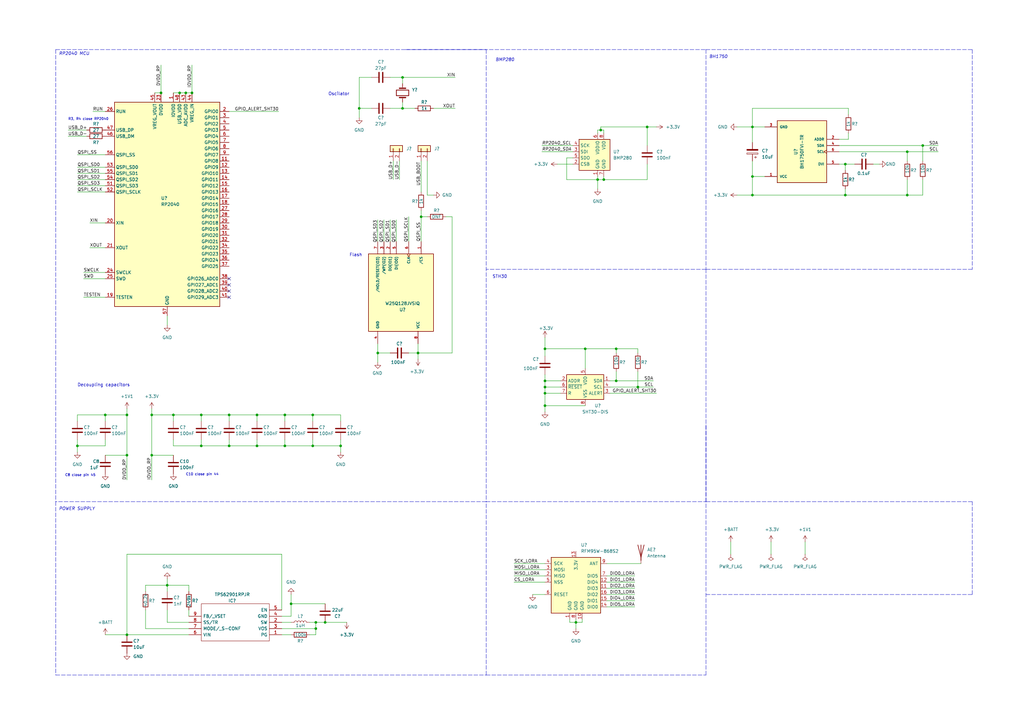
<source format=kicad_sch>
(kicad_sch (version 20211123) (generator eeschema)
  (paper "A3")
  (lib_symbols
    (symbol "BH1750:BH1750FVI-TR" (pin_names (offset 1.016))
      (property "Reference" "U" (at -10.1854 13.462 0))
      (property "Value" "BH1750FVI-TR" (at -9.9314 -15.24 0))
      (symbol "BH1750FVI-TR_0_0"
        (rectangle (start -10.16 -12.7) (end 10.16 12.7) (stroke (width 0.254)) (fill (type background)))
        (pin power_in line (at 15.24 10.16 180) (length 5.08) (name "VCC") (number "1"))
        (pin input line (at -15.24 -5.08 0) (length 5.08) (name "ADDR") (number "2"))
        (pin power_in line (at 15.24 -10.16 180) (length 5.08) (name "GND") (number "3"))
        (pin bidirectional line (at -15.24 -2.54 0) (length 5.08) (name "SDA") (number "4"))
        (pin input line (at -15.24 5.08 0) (length 5.08) (name "DVI") (number "5"))
        (pin input clock (at -15.24 0 0) (length 5.08) (name "SCL") (number "6"))
      )
    )
    (symbol "Connector_Generic:Conn_01x02" (pin_names (offset 1.016) hide)
      (property "Reference" "J" (at 0 2.54 0))
      (property "Value" "Conn_01x02" (at 0 -5.08 0))
      (symbol "Conn_01x02_1_1"
        (rectangle (start -1.27 -2.413) (end 0 -2.667) (stroke (width 0.1524)))
        (rectangle (start -1.27 0.127) (end 0 -0.127) (stroke (width 0.1524)))
        (rectangle (start -1.27 1.27) (end 1.27 -3.81) (stroke (width 0.254)) (fill (type background)))
        (pin passive line (at -5.08 0 0) (length 3.81) (name "Pin_1") (number "1"))
        (pin passive line (at -5.08 -2.54 0) (length 3.81) (name "Pin_2") (number "2"))
      )
    )
    (symbol "Device:Antenna" (pin_numbers hide) (pin_names (offset 1.016) hide)
      (property "Reference" "AE" (at -1.905 1.905 0))
      (property "Value" "Antenna" (at -1.905 0 0))
      (symbol "Antenna_0_1"
        (polyline (pts (xy 0 2.54) (xy 0 -3.81)) (stroke (width 0.254)))
        (polyline (pts (xy 1.27 2.54) (xy 0 -2.54) (xy -1.27 2.54)) (stroke (width 0.254)))
      )
      (symbol "Antenna_1_1"
        (pin input line (at 0 -5.08 90) (length 2.54) (name "A") (number "1"))
      )
    )
    (symbol "Device:C" (pin_numbers hide) (pin_names (offset 0.254))
      (property "Reference" "C" (at 0.635 2.54 0))
      (property "Value" "C" (at 0.635 -2.54 0))
      (symbol "C_0_1"
        (polyline (pts (xy -2.032 -0.762) (xy 2.032 -0.762)) (stroke (width 0.508)))
        (polyline (pts (xy -2.032 0.762) (xy 2.032 0.762)) (stroke (width 0.508)))
      )
      (symbol "C_1_1"
        (pin passive line (at 0 3.81 270) (length 2.794) (name "~") (number "1"))
        (pin passive line (at 0 -3.81 90) (length 2.794) (name "~") (number "2"))
      )
    )
    (symbol "Device:C_Polarized" (pin_numbers hide) (pin_names (offset 0.254))
      (property "Reference" "C" (at 0.635 2.54 0))
      (property "Value" "C_Polarized" (at 0.635 -2.54 0))
      (symbol "C_Polarized_0_1"
        (rectangle (start -2.286 0.508) (end 2.286 1.016))
        (polyline (pts (xy -1.778 2.286) (xy -0.762 2.286)))
        (polyline (pts (xy -1.27 2.794) (xy -1.27 1.778)))
        (rectangle (start 2.286 -0.508) (end -2.286 -1.016) (fill (type outline)))
      )
      (symbol "C_Polarized_1_1"
        (pin passive line (at 0 3.81 270) (length 2.794) (name "~") (number "1"))
        (pin passive line (at 0 -3.81 90) (length 2.794) (name "~") (number "2"))
      )
    )
    (symbol "Device:Crystal" (pin_numbers hide) (pin_names (offset 1.016) hide)
      (property "Reference" "Y" (at 0 3.81 0))
      (property "Value" "Crystal" (at 0 -3.81 0))
      (symbol "Crystal_0_1"
        (rectangle (start -1.143 2.54) (end 1.143 -2.54) (stroke (width 0.3048)))
        (polyline (pts (xy -2.54 0) (xy -1.905 0)))
        (polyline (pts (xy -1.905 -1.27) (xy -1.905 1.27)) (stroke (width 0.508)))
        (polyline (pts (xy 1.905 -1.27) (xy 1.905 1.27)) (stroke (width 0.508)))
        (polyline (pts (xy 2.54 0) (xy 1.905 0)))
      )
      (symbol "Crystal_1_1"
        (pin passive line (at -3.81 0 0) (length 1.27) (name "1") (number "1"))
        (pin passive line (at 3.81 0 180) (length 1.27) (name "2") (number "2"))
      )
    )
    (symbol "Device:L" (pin_numbers hide) (pin_names (offset 1.016) hide)
      (property "Reference" "L" (at -1.27 0 90))
      (property "Value" "L" (at 1.905 0 90))
      (symbol "L_0_1"
        (arc (start 0 -2.54) (mid 0.635 -1.905) (end 0 -1.27))
        (arc (start 0 -1.27) (mid 0.635 -0.635) (end 0 0))
        (arc (start 0 0) (mid 0.635 0.635) (end 0 1.27))
        (arc (start 0 1.27) (mid 0.635 1.905) (end 0 2.54))
      )
      (symbol "L_1_1"
        (pin passive line (at 0 3.81 270) (length 1.27) (name "1") (number "1"))
        (pin passive line (at 0 -3.81 90) (length 1.27) (name "2") (number "2"))
      )
    )
    (symbol "Device:R" (pin_numbers hide) (pin_names (offset 0))
      (property "Reference" "R" (at 2.032 0 90))
      (property "Value" "R" (at 0 0 90))
      (symbol "R_0_1"
        (rectangle (start -1.016 -2.54) (end 1.016 2.54) (stroke (width 0.254)))
      )
      (symbol "R_1_1"
        (pin passive line (at 0 3.81 270) (length 1.27) (name "~") (number "1"))
        (pin passive line (at 0 -3.81 90) (length 1.27) (name "~") (number "2"))
      )
    )
    (symbol "Flashs:W25Q128JVSIQ" (pin_names (offset 1.016))
      (property "Reference" "U?" (at 0 20.32 0))
      (property "Value" "W25Q128JVSIQ" (at 0 17.78 0))
      (symbol "W25Q128JVSIQ_0_0"
        (rectangle (start -16.51 15.24) (end 15.24 -11.43) (stroke (width 0.254)) (fill (type background)))
        (pin input line (at -21.59 10.16 0) (length 5.08) (name "/CS") (number "1"))
        (pin bidirectional line (at -21.59 -2.54 0) (length 5.08) (name "DO(IO1)") (number "2"))
        (pin bidirectional line (at -21.59 -5.08 0) (length 5.08) (name "/WP(IO2)") (number "3"))
        (pin power_in line (at 20.32 -7.62 180) (length 5.08) (name "GND") (number "4"))
        (pin bidirectional line (at -21.59 0 0) (length 5.08) (name "DI(IO0)") (number "5"))
        (pin input clock (at -21.59 5.08 0) (length 5.08) (name "CLK") (number "6"))
        (pin bidirectional line (at -21.59 -7.62 0) (length 5.08) (name "/HOLD/RESET(IO3)") (number "7"))
        (pin power_in line (at 20.32 8.89 180) (length 5.08) (name "VCC") (number "8"))
      )
    )
    (symbol "MCU_RaspberryPi:RP2040"
      (property "Reference" "U" (at 17.78 45.72 0))
      (property "Value" "RP2040" (at 17.78 43.18 0))
      (symbol "RP2040_0_1"
        (rectangle (start -21.59 41.91) (end 21.59 -41.91) (stroke (width 0.254)) (fill (type background)))
      )
      (symbol "RP2040_1_1"
        (pin power_in line (at 2.54 45.72 270) (length 3.81) (name "IOVDD") (number "1"))
        (pin passive line (at 2.54 45.72 270) (length 3.81) hide (name "IOVDD") (number "10"))
        (pin bidirectional line (at 25.4 17.78 180) (length 3.81) (name "GPIO8") (number "11"))
        (pin bidirectional line (at 25.4 15.24 180) (length 3.81) (name "GPIO9") (number "12"))
        (pin bidirectional line (at 25.4 12.7 180) (length 3.81) (name "GPIO10") (number "13"))
        (pin bidirectional line (at 25.4 10.16 180) (length 3.81) (name "GPIO11") (number "14"))
        (pin bidirectional line (at 25.4 7.62 180) (length 3.81) (name "GPIO12") (number "15"))
        (pin bidirectional line (at 25.4 5.08 180) (length 3.81) (name "GPIO13") (number "16"))
        (pin bidirectional line (at 25.4 2.54 180) (length 3.81) (name "GPIO14") (number "17"))
        (pin bidirectional line (at 25.4 0 180) (length 3.81) (name "GPIO15") (number "18"))
        (pin input line (at -25.4 -38.1 0) (length 3.81) (name "TESTEN") (number "19"))
        (pin bidirectional line (at 25.4 38.1 180) (length 3.81) (name "GPIO0") (number "2"))
        (pin input line (at -25.4 -7.62 0) (length 3.81) (name "XIN") (number "20"))
        (pin passive line (at -25.4 -17.78 0) (length 3.81) (name "XOUT") (number "21"))
        (pin passive line (at 2.54 45.72 270) (length 3.81) hide (name "IOVDD") (number "22"))
        (pin power_in line (at -2.54 45.72 270) (length 3.81) (name "DVDD") (number "23"))
        (pin output line (at -25.4 -27.94 0) (length 3.81) (name "SWCLK") (number "24"))
        (pin bidirectional line (at -25.4 -30.48 0) (length 3.81) (name "SWD") (number "25"))
        (pin input line (at -25.4 38.1 0) (length 3.81) (name "RUN") (number "26"))
        (pin bidirectional line (at 25.4 -2.54 180) (length 3.81) (name "GPIO16") (number "27"))
        (pin bidirectional line (at 25.4 -5.08 180) (length 3.81) (name "GPIO17") (number "28"))
        (pin bidirectional line (at 25.4 -7.62 180) (length 3.81) (name "GPIO18") (number "29"))
        (pin bidirectional line (at 25.4 35.56 180) (length 3.81) (name "GPIO1") (number "3"))
        (pin bidirectional line (at 25.4 -10.16 180) (length 3.81) (name "GPIO19") (number "30"))
        (pin bidirectional line (at 25.4 -12.7 180) (length 3.81) (name "GPIO20") (number "31"))
        (pin bidirectional line (at 25.4 -15.24 180) (length 3.81) (name "GPIO21") (number "32"))
        (pin passive line (at 2.54 45.72 270) (length 3.81) hide (name "IOVDD") (number "33"))
        (pin bidirectional line (at 25.4 -17.78 180) (length 3.81) (name "GPIO22") (number "34"))
        (pin bidirectional line (at 25.4 -20.32 180) (length 3.81) (name "GPIO23") (number "35"))
        (pin bidirectional line (at 25.4 -22.86 180) (length 3.81) (name "GPIO24") (number "36"))
        (pin bidirectional line (at 25.4 -25.4 180) (length 3.81) (name "GPIO25") (number "37"))
        (pin bidirectional line (at 25.4 -30.48 180) (length 3.81) (name "GPIO26_ADC0") (number "38"))
        (pin bidirectional line (at 25.4 -33.02 180) (length 3.81) (name "GPIO27_ADC1") (number "39"))
        (pin bidirectional line (at 25.4 33.02 180) (length 3.81) (name "GPIO2") (number "4"))
        (pin bidirectional line (at 25.4 -35.56 180) (length 3.81) (name "GPIO28_ADC2") (number "40"))
        (pin bidirectional line (at 25.4 -38.1 180) (length 3.81) (name "GPIO29_ADC3") (number "41"))
        (pin passive line (at 2.54 45.72 270) (length 3.81) hide (name "IOVDD") (number "42"))
        (pin power_in line (at 7.62 45.72 270) (length 3.81) (name "ADC_AVDD") (number "43"))
        (pin power_in line (at 10.16 45.72 270) (length 3.81) (name "VREG_IN") (number "44"))
        (pin power_out line (at -5.08 45.72 270) (length 3.81) (name "VREG_VOUT") (number "45"))
        (pin bidirectional line (at -25.4 27.94 0) (length 3.81) (name "USB_DM") (number "46"))
        (pin bidirectional line (at -25.4 30.48 0) (length 3.81) (name "USB_DP") (number "47"))
        (pin power_in line (at 5.08 45.72 270) (length 3.81) (name "USB_VDD") (number "48"))
        (pin passive line (at 2.54 45.72 270) (length 3.81) hide (name "IOVDD") (number "49"))
        (pin bidirectional line (at 25.4 30.48 180) (length 3.81) (name "GPIO3") (number "5"))
        (pin passive line (at -2.54 45.72 270) (length 3.81) hide (name "DVDD") (number "50"))
        (pin bidirectional line (at -25.4 7.62 0) (length 3.81) (name "QSPI_SD3") (number "51"))
        (pin output line (at -25.4 5.08 0) (length 3.81) (name "QSPI_SCLK") (number "52"))
        (pin bidirectional line (at -25.4 15.24 0) (length 3.81) (name "QSPI_SD0") (number "53"))
        (pin bidirectional line (at -25.4 10.16 0) (length 3.81) (name "QSPI_SD2") (number "54"))
        (pin bidirectional line (at -25.4 12.7 0) (length 3.81) (name "QSPI_SD1") (number "55"))
        (pin bidirectional line (at -25.4 20.32 0) (length 3.81) (name "QSPI_SS") (number "56"))
        (pin power_in line (at 0 -45.72 90) (length 3.81) (name "GND") (number "57"))
        (pin bidirectional line (at 25.4 27.94 180) (length 3.81) (name "GPIO4") (number "6"))
        (pin bidirectional line (at 25.4 25.4 180) (length 3.81) (name "GPIO5") (number "7"))
        (pin bidirectional line (at 25.4 22.86 180) (length 3.81) (name "GPIO6") (number "8"))
        (pin bidirectional line (at 25.4 20.32 180) (length 3.81) (name "GPIO7") (number "9"))
      )
    )
    (symbol "RF_Module:RFM95W-868S2" (pin_names (offset 1.016))
      (property "Reference" "U" (at -10.414 11.684 0))
      (property "Value" "RFM95W-868S2" (at 1.524 11.43 0))
      (symbol "RFM95W-868S2_0_1"
        (rectangle (start -10.16 10.16) (end 10.16 -12.7) (stroke (width 0.254)) (fill (type background)))
      )
      (symbol "RFM95W-868S2_1_1"
        (pin power_in line (at -2.54 -15.24 90) (length 2.54) (name "GND") (number "1"))
        (pin power_in line (at 2.54 -15.24 90) (length 2.54) (name "GND") (number "10"))
        (pin bidirectional line (at 12.7 -2.54 180) (length 2.54) (name "DIO3") (number "11"))
        (pin bidirectional line (at 12.7 0 180) (length 2.54) (name "DIO4") (number "12"))
        (pin power_in line (at 0 12.7 270) (length 2.54) (name "3.3V") (number "13"))
        (pin bidirectional line (at 12.7 -10.16 180) (length 2.54) (name "DIO0") (number "14"))
        (pin bidirectional line (at 12.7 -7.62 180) (length 2.54) (name "DIO1") (number "15"))
        (pin bidirectional line (at 12.7 -5.08 180) (length 2.54) (name "DIO2") (number "16"))
        (pin output line (at -12.7 2.54 0) (length 2.54) (name "MISO") (number "2"))
        (pin input line (at -12.7 5.08 0) (length 2.54) (name "MOSI") (number "3"))
        (pin input line (at -12.7 7.62 0) (length 2.54) (name "SCK") (number "4"))
        (pin input line (at -12.7 0 0) (length 2.54) (name "NSS") (number "5"))
        (pin bidirectional line (at -12.7 -5.08 0) (length 2.54) (name "RESET") (number "6"))
        (pin bidirectional line (at 12.7 2.54 180) (length 2.54) (name "DIO5") (number "7"))
        (pin power_in line (at 0 -15.24 90) (length 2.54) (name "GND") (number "8"))
        (pin bidirectional line (at 12.7 7.62 180) (length 2.54) (name "ANT") (number "9"))
      )
    )
    (symbol "Sensor_Humidity:SHT30-DIS"
      (property "Reference" "U" (at -6.35 6.35 0))
      (property "Value" "SHT30-DIS" (at 6.35 6.35 0))
      (symbol "SHT30-DIS_0_1"
        (rectangle (start -7.62 5.08) (end 7.62 -5.08) (stroke (width 0.254)) (fill (type background)))
      )
      (symbol "SHT30-DIS_1_1"
        (pin bidirectional line (at 10.16 2.54 180) (length 2.54) (name "SDA") (number "1"))
        (pin input line (at -10.16 2.54 0) (length 2.54) (name "ADDR") (number "2"))
        (pin output line (at 10.16 -2.54 180) (length 2.54) (name "ALERT") (number "3"))
        (pin input line (at 10.16 0 180) (length 2.54) (name "SCL") (number "4"))
        (pin power_in line (at 0 7.62 270) (length 2.54) (name "VDD") (number "5"))
        (pin input line (at -10.16 0 0) (length 2.54) (name "~{RESET}") (number "6"))
        (pin passive line (at -10.16 -2.54 0) (length 2.54) (name "R") (number "7"))
        (pin power_in line (at 0 -7.62 90) (length 2.54) (name "VSS") (number "8"))
        (pin passive line (at 0 -7.62 90) (length 2.54) hide (name "VSS") (number "9"))
      )
    )
    (symbol "Sensor_Pressure:BMP280"
      (property "Reference" "U" (at -7.62 10.16 0))
      (property "Value" "BMP280" (at 5.08 10.16 0))
      (symbol "BMP280_0_1"
        (rectangle (start -7.62 -5.08) (end 5.08 7.62) (stroke (width 0.254)) (fill (type background)))
      )
      (symbol "BMP280_1_1"
        (pin power_in line (at 0 -7.62 90) (length 2.54) (name "GND") (number "1"))
        (pin input line (at -10.16 -2.54 0) (length 2.54) (name "CSB") (number "2"))
        (pin bidirectional line (at -10.16 2.54 0) (length 2.54) (name "SDI") (number "3"))
        (pin input line (at -10.16 5.08 0) (length 2.54) (name "SCK") (number "4"))
        (pin bidirectional line (at -10.16 0 0) (length 2.54) (name "SDO") (number "5"))
        (pin power_in line (at 0 10.16 270) (length 2.54) (name "VDDIO") (number "6"))
        (pin power_in line (at 2.54 -7.62 90) (length 2.54) (name "GND") (number "7"))
        (pin power_in line (at 2.54 10.16 270) (length 2.54) (name "VDD") (number "8"))
      )
    )
    (symbol "TPS62901RPJR:TPS62901RPJR" (pin_names (offset 0.762))
      (property "Reference" "IC?" (at -19.05 17.78 0))
      (property "Value" "TPS62901RPJR" (at -19.05 15.24 0))
      (symbol "TPS62901RPJR_0_0"
        (pin passive line (at 0 0 0) (length 5.08) (name "PG") (number "1"))
        (pin passive line (at 0 -5.08 0) (length 5.08) (name "SW") (number "2"))
        (pin passive line (at 0 -2.54 0) (length 5.08) (name "VOS") (number "3"))
        (pin passive line (at 0 -7.62 0) (length 5.08) (name "GND") (number "4"))
        (pin passive line (at 0 -10.16 0) (length 5.08) (name "EN") (number "5"))
        (pin passive line (at 38.1 0 180) (length 5.08) (name "VIN") (number "6"))
        (pin passive line (at 38.1 -2.54 180) (length 5.08) (name "MODE/_S-CONF") (number "7"))
        (pin passive line (at 38.1 -5.08 180) (length 5.08) (name "SS/TR") (number "8"))
        (pin passive line (at 38.1 -7.62 180) (length 5.08) (name "FB/_VSET") (number "9"))
      )
      (symbol "TPS62901RPJR_0_1"
        (polyline (pts (xy 5.08 2.54) (xy 33.02 2.54) (xy 33.02 -12.7) (xy 5.08 -12.7) (xy 5.08 2.54)) (stroke (width 0.1524)))
      )
    )
    (symbol "power:+1V1" (power) (pin_names (offset 0))
      (property "Value" "+1V1" (at 0 3.556 0))
      (symbol "+1V1_0_1"
        (polyline (pts (xy -0.762 1.27) (xy 0 2.54)))
        (polyline (pts (xy 0 0) (xy 0 2.54)))
        (polyline (pts (xy 0 2.54) (xy 0.762 1.27)))
      )
      (symbol "+1V1_1_1"
        (pin power_in line (at 0 0 90) (length 0) hide (name "+1V1") (number "1"))
      )
    )
    (symbol "power:+3.3V" (power) (pin_names (offset 0))
      (property "Value" "+3.3V" (at 0 3.556 0))
      (symbol "+3.3V_0_1"
        (polyline (pts (xy -0.762 1.27) (xy 0 2.54)))
        (polyline (pts (xy 0 0) (xy 0 2.54)))
        (polyline (pts (xy 0 2.54) (xy 0.762 1.27)))
      )
      (symbol "+3.3V_1_1"
        (pin power_in line (at 0 0 90) (length 0) hide (name "+3.3V") (number "1"))
      )
    )
    (symbol "power:+BATT" (power) (pin_names (offset 0))
      (property "Value" "+BATT" (at 0 3.556 0))
      (symbol "+BATT_0_1"
        (polyline (pts (xy -0.762 1.27) (xy 0 2.54)))
        (polyline (pts (xy 0 0) (xy 0 2.54)))
        (polyline (pts (xy 0 2.54) (xy 0.762 1.27)))
      )
      (symbol "+BATT_1_1"
        (pin power_in line (at 0 0 90) (length 0) hide (name "+BATT") (number "1"))
      )
    )
    (symbol "power:GND" (power) (pin_names (offset 0))
      (property "Value" "GND" (at 0 -3.81 0))
      (symbol "GND_0_1"
        (polyline (pts (xy 0 0) (xy 0 -1.27) (xy 1.27 -1.27) (xy 0 -2.54) (xy -1.27 -1.27) (xy 0 -1.27)))
      )
      (symbol "GND_1_1"
        (pin power_in line (at 0 0 270) (length 0) hide (name "GND") (number "1"))
      )
    )
    (symbol "power:PWR_FLAG" (power) (pin_numbers hide) (pin_names (offset 0) hide)
      (property "Value" "PWR_FLAG" (at 0 3.81 0))
      (symbol "PWR_FLAG_0_0"
        (pin power_out line (at 0 0 90) (length 0) (name "pwr") (number "1"))
      )
      (symbol "PWR_FLAG_0_1"
        (polyline (pts (xy 0 0) (xy 0 1.27) (xy -1.016 1.905) (xy 0 2.54) (xy 1.016 1.905) (xy 0 1.27)))
      )
    )
  )
  (junction (at 265.43 52.07))
  (junction (at 171.45 144.78))
  (junction (at 31.75 182.88))
  (junction (at 68.58 240.03))
  (junction (at 52.07 186.69))
  (junction (at 105.41 182.88))
  (junction (at 71.12 170.18))
  (junction (at 52.07 260.35))
  (junction (at 76.2 38.1))
  (junction (at 378.46 59.69))
  (junction (at 372.11 80.01))
  (junction (at 261.62 158.75))
  (junction (at 165.1 31.75))
  (junction (at 139.7 182.88))
  (junction (at 62.23 170.18))
  (junction (at 73.66 38.1))
  (junction (at 308.61 72.39))
  (junction (at 346.71 80.01))
  (junction (at 147.32 44.45))
  (junction (at 172.72 88.9))
  (junction (at 116.84 170.18))
  (junction (at 154.94 144.78))
  (junction (at 129.54 257.81))
  (junction (at 223.52 143.062))
  (junction (at 128.27 170.18))
  (junction (at 78.74 38.1))
  (junction (at 82.55 182.88))
  (junction (at 93.98 182.88))
  (junction (at 82.55 170.18))
  (junction (at 129.54 255.27))
  (junction (at 133.35 255.27))
  (junction (at 252.73 143.062))
  (junction (at 246.38 53.34))
  (junction (at 223.52 156.21))
  (junction (at 223.52 166.37))
  (junction (at 119.38 247.65))
  (junction (at 308.61 52.07))
  (junction (at 236.22 255.27))
  (junction (at 240.03 143.062))
  (junction (at 128.27 182.88))
  (junction (at 116.84 182.88))
  (junction (at 245.11 73.66))
  (junction (at 105.41 170.18))
  (junction (at 93.98 170.18))
  (junction (at 52.07 170.18))
  (junction (at 308.61 80.01))
  (junction (at 66.04 38.1))
  (junction (at 346.71 67.31))
  (junction (at 223.52 158.75))
  (junction (at 372.11 62.23))
  (junction (at 247.65 73.66))
  (junction (at 62.23 186.69))
  (junction (at 43.18 170.18))
  (junction (at 223.52 161.29))
  (junction (at 165.1 44.45))
  (junction (at 252.73 156.21))
  (no_connect (at 93.98 121.92))
  (no_connect (at 93.98 114.3))
  (no_connect (at 93.98 119.38))
  (no_connect (at 93.98 116.84))
  (wire (pts (xy 71.12 180.34) (xy 71.12 182.88)))
  (wire (pts (xy 308.61 80.01) (xy 308.61 72.39)))
  (wire (pts (xy 261.62 143.062) (xy 261.62 144.78)))
  (wire (pts (xy 308.61 66.04) (xy 308.61 72.39)))
  (wire (pts (xy 344.17 67.31) (xy 346.71 67.31)))
  (wire (pts (xy 172.72 66.04) (xy 172.72 78.74)))
  (wire (pts (xy 161.29 73.66) (xy 161.29 66.04)))
  (wire (pts (xy 222.25 59.69) (xy 234.95 59.69)))
  (wire (pts (xy 347.98 44.45) (xy 308.61 44.45)))
  (wire (pts (xy 265.43 52.07) (xy 265.43 59.69)))
  (wire (pts (xy 128.27 182.88) (xy 139.7 182.88)))
  (wire (pts (xy 171.45 144.78) (xy 171.45 140.97)))
  (wire (pts (xy 36.83 101.6) (xy 43.18 101.6)))
  (wire (pts (xy 223.52 166.37) (xy 240.03 166.37)))
  (wire (pts (xy 62.23 186.69) (xy 62.23 196.85)))
  (wire (pts (xy 38.1 45.72) (xy 43.18 45.72)))
  (wire (pts (xy 31.75 76.2) (xy 43.18 76.2)))
  (wire (pts (xy 252.73 143.062) (xy 261.62 143.062)))
  (wire (pts (xy 115.57 255.27) (xy 119.38 255.27)))
  (wire (pts (xy 308.61 80.01) (xy 346.71 80.01)))
  (wire (pts (xy 105.41 180.34) (xy 105.41 182.88)))
  (wire (pts (xy 160.02 90.17) (xy 160.02 99.06)))
  (wire (pts (xy 346.71 80.01) (xy 372.11 80.01)))
  (wire (pts (xy 43.18 186.69) (xy 52.07 186.69)))
  (wire (pts (xy 152.4 31.75) (xy 147.32 31.75)))
  (wire (pts (xy 378.46 59.69) (xy 378.46 66.04)))
  (wire (pts (xy 119.38 247.65) (xy 133.35 247.65)))
  (wire (pts (xy 250.19 158.75) (xy 261.62 158.75)))
  (wire (pts (xy 172.72 88.9) (xy 172.72 99.06)))
  (wire (pts (xy 77.47 257.81) (xy 59.69 257.81)))
  (wire (pts (xy 265.43 73.66) (xy 265.43 67.31)))
  (wire (pts (xy 59.69 242.57) (xy 59.69 240.03)))
  (wire (pts (xy 172.72 86.36) (xy 172.72 88.9)))
  (wire (pts (xy 82.55 170.18) (xy 82.55 172.72)))
  (wire (pts (xy 236.22 255.27) (xy 236.22 257.81)))
  (wire (pts (xy 71.12 38.1) (xy 73.66 38.1)))
  (wire (pts (xy 71.12 170.18) (xy 82.55 170.18)))
  (wire (pts (xy 52.07 227.33) (xy 115.57 227.33)))
  (wire (pts (xy 233.68 255.27) (xy 236.22 255.27)))
  (wire (pts (xy 238.76 255.27) (xy 238.76 254)))
  (wire (pts (xy 223.52 143.062) (xy 223.52 146.05)))
  (wire (pts (xy 160.02 31.75) (xy 165.1 31.75)))
  (wire (pts (xy 248.92 241.3) (xy 260.35 241.3)))
  (wire (pts (xy 246.38 52.07) (xy 246.38 53.34)))
  (wire (pts (xy 93.98 170.18) (xy 105.41 170.18)))
  (wire (pts (xy 222.25 62.23) (xy 234.95 62.23)))
  (wire (pts (xy 232.41 73.66) (xy 245.11 73.66)))
  (wire (pts (xy 171.45 147.32) (xy 171.45 144.78)))
  (wire (pts (xy 68.58 237.49) (xy 68.58 240.03)))
  (wire (pts (xy 252.73 143.062) (xy 252.73 144.78)))
  (wire (pts (xy 223.52 161.29) (xy 229.87 161.29)))
  (wire (pts (xy 372.11 62.23) (xy 372.11 66.04)))
  (wire (pts (xy 360.68 67.31) (xy 358.14 67.31)))
  (wire (pts (xy 68.58 240.03) (xy 68.58 242.57)))
  (wire (pts (xy 269.24 161.29) (xy 250.19 161.29)))
  (wire (pts (xy 93.98 180.34) (xy 93.98 182.88)))
  (wire (pts (xy 71.12 170.18) (xy 71.12 172.72)))
  (wire (pts (xy 82.55 182.88) (xy 93.98 182.88)))
  (wire (pts (xy 223.52 158.75) (xy 229.87 158.75)))
  (wire (pts (xy 52.07 260.35) (xy 77.47 260.35)))
  (wire (pts (xy 119.38 247.65) (xy 119.38 252.73)))
  (wire (pts (xy 129.54 257.81) (xy 129.54 255.27)))
  (wire (pts (xy 248.92 238.76) (xy 260.35 238.76)))
  (wire (pts (xy 302.26 80.01) (xy 308.61 80.01)))
  (wire (pts (xy 62.23 170.18) (xy 71.12 170.18)))
  (wire (pts (xy 236.22 255.27) (xy 236.22 254)))
  (wire (pts (xy 31.75 170.18) (xy 31.75 172.72)))
  (wire (pts (xy 299.72 222.25) (xy 299.72 227.33)))
  (wire (pts (xy 378.46 73.66) (xy 378.46 80.01)))
  (wire (pts (xy 246.38 53.34) (xy 247.65 53.34)))
  (wire (pts (xy 252.73 156.21) (xy 250.19 156.21)))
  (wire (pts (xy 171.45 144.78) (xy 185.42 144.78)))
  (wire (pts (xy 43.18 170.18) (xy 43.18 172.72)))
  (wire (pts (xy 344.17 57.15) (xy 347.98 57.15)))
  (wire (pts (xy 308.61 72.39) (xy 313.69 72.39)))
  (wire (pts (xy 116.84 170.18) (xy 128.27 170.18)))
  (wire (pts (xy 247.65 73.66) (xy 265.43 73.66)))
  (wire (pts (xy 165.1 31.75) (xy 165.1 34.29)))
  (wire (pts (xy 232.41 64.77) (xy 232.41 73.66)))
  (polyline (pts (xy 22.86 276.86) (xy 199.39 276.86)))
  (wire (pts (xy 223.52 166.37) (xy 223.52 168.91)))
  (polyline (pts (xy 289.56 20.32) (xy 398.78 20.32)))
  (wire (pts (xy 240.03 143.062) (xy 240.03 151.13)))
  (wire (pts (xy 165.1 44.45) (xy 165.1 41.91)))
  (wire (pts (xy 378.46 80.01) (xy 372.11 80.01)))
  (wire (pts (xy 160.02 144.78) (xy 154.94 144.78)))
  (wire (pts (xy 248.92 236.22) (xy 260.35 236.22)))
  (wire (pts (xy 302.26 52.07) (xy 308.61 52.07)))
  (wire (pts (xy 246.38 53.34) (xy 245.11 53.34)))
  (wire (pts (xy 167.64 144.78) (xy 171.45 144.78)))
  (wire (pts (xy 105.41 182.88) (xy 116.84 182.88)))
  (wire (pts (xy 77.47 250.19) (xy 77.47 252.73)))
  (polyline (pts (xy 289.56 20.32) (xy 289.56 110.49)))
  (wire (pts (xy 77.47 255.27) (xy 68.58 255.27)))
  (wire (pts (xy 127 260.35) (xy 129.54 260.35)))
  (wire (pts (xy 34.29 111.76) (xy 43.18 111.76)))
  (wire (pts (xy 34.29 114.3) (xy 43.18 114.3)))
  (wire (pts (xy 172.72 88.9) (xy 175.26 88.9)))
  (wire (pts (xy 52.07 186.69) (xy 52.07 196.85)))
  (wire (pts (xy 167.64 88.9) (xy 167.64 99.06)))
  (wire (pts (xy 245.11 53.34) (xy 245.11 54.61)))
  (wire (pts (xy 77.47 240.03) (xy 77.47 242.57)))
  (wire (pts (xy 82.55 170.18) (xy 93.98 170.18)))
  (wire (pts (xy 233.68 255.27) (xy 233.68 254)))
  (wire (pts (xy 31.75 180.34) (xy 31.75 182.88)))
  (wire (pts (xy 71.12 182.88) (xy 82.55 182.88)))
  (wire (pts (xy 229.87 156.21) (xy 223.52 156.21)))
  (wire (pts (xy 31.75 68.58) (xy 43.18 68.58)))
  (wire (pts (xy 252.73 156.21) (xy 267.97 156.21)))
  (wire (pts (xy 165.1 44.45) (xy 170.18 44.45)))
  (wire (pts (xy 73.66 38.1) (xy 76.2 38.1)))
  (polyline (pts (xy 398.78 20.32) (xy 398.78 110.49)))
  (wire (pts (xy 114.3 45.72) (xy 93.98 45.72)))
  (wire (pts (xy 105.41 170.18) (xy 116.84 170.18)))
  (wire (pts (xy 347.98 57.15) (xy 347.98 54.61)))
  (wire (pts (xy 234.95 64.77) (xy 232.41 64.77)))
  (wire (pts (xy 52.07 167.64) (xy 52.07 170.18)))
  (wire (pts (xy 59.69 240.03) (xy 68.58 240.03)))
  (wire (pts (xy 308.61 58.42) (xy 308.61 52.07)))
  (wire (pts (xy 68.58 240.03) (xy 77.47 240.03)))
  (wire (pts (xy 210.82 231.14) (xy 223.52 231.14)))
  (wire (pts (xy 346.71 67.31) (xy 350.52 67.31)))
  (wire (pts (xy 115.57 227.33) (xy 115.57 250.19)))
  (wire (pts (xy 247.65 72.39) (xy 247.65 73.66)))
  (wire (pts (xy 248.92 248.92) (xy 260.35 248.92)))
  (wire (pts (xy 59.69 257.81) (xy 59.69 250.19)))
  (wire (pts (xy 116.84 170.18) (xy 116.84 172.72)))
  (wire (pts (xy 210.82 233.68) (xy 223.52 233.68)))
  (wire (pts (xy 154.94 144.78) (xy 154.94 140.97)))
  (wire (pts (xy 154.94 148.59) (xy 154.94 144.78)))
  (wire (pts (xy 31.75 63.5) (xy 43.18 63.5)))
  (polyline (pts (xy 289.56 243.84) (xy 398.78 243.84)))
  (wire (pts (xy 139.7 170.18) (xy 139.7 172.72)))
  (wire (pts (xy 210.82 236.22) (xy 223.52 236.22)))
  (wire (pts (xy 344.17 62.23) (xy 372.11 62.23)))
  (wire (pts (xy 116.84 182.88) (xy 116.84 180.34)))
  (wire (pts (xy 147.32 31.75) (xy 147.32 44.45)))
  (polyline (pts (xy 199.39 276.86) (xy 289.56 276.86)))
  (wire (pts (xy 154.94 90.17) (xy 154.94 99.06)))
  (wire (pts (xy 248.92 246.38) (xy 260.35 246.38)))
  (wire (pts (xy 93.98 170.18) (xy 93.98 172.72)))
  (polyline (pts (xy 289.56 205.74) (xy 289.56 110.49)))
  (wire (pts (xy 344.17 59.69) (xy 378.46 59.69)))
  (wire (pts (xy 346.71 77.47) (xy 346.71 80.01)))
  (wire (pts (xy 228.6 67.31) (xy 234.95 67.31)))
  (wire (pts (xy 115.57 252.73) (xy 119.38 252.73)))
  (wire (pts (xy 129.54 255.27) (xy 127 255.27)))
  (wire (pts (xy 223.52 143.062) (xy 240.03 143.062)))
  (wire (pts (xy 316.23 222.25) (xy 316.23 227.33)))
  (wire (pts (xy 43.18 182.88) (xy 43.18 180.34)))
  (wire (pts (xy 27.94 55.88) (xy 35.56 55.88)))
  (polyline (pts (xy 166.37 20.32) (xy 289.56 20.32)))
  (wire (pts (xy 165.1 31.75) (xy 186.69 31.75)))
  (wire (pts (xy 248.92 231.14) (xy 262.89 231.14)))
  (wire (pts (xy 43.18 260.35) (xy 52.07 260.35)))
  (wire (pts (xy 128.27 180.34) (xy 128.27 182.88)))
  (wire (pts (xy 223.52 161.29) (xy 223.52 166.37)))
  (wire (pts (xy 157.48 90.17) (xy 157.48 99.06)))
  (wire (pts (xy 147.32 44.45) (xy 152.4 44.45)))
  (wire (pts (xy 31.75 71.12) (xy 43.18 71.12)))
  (wire (pts (xy 36.83 91.44) (xy 43.18 91.44)))
  (wire (pts (xy 31.75 182.88) (xy 31.75 185.42)))
  (wire (pts (xy 378.46 59.69) (xy 384.81 59.69)))
  (polyline (pts (xy 289.56 110.49) (xy 199.39 110.49)))
  (wire (pts (xy 31.75 182.88) (xy 43.18 182.88)))
  (polyline (pts (xy 22.86 20.32) (xy 199.39 20.32)))
  (wire (pts (xy 223.52 158.75) (xy 223.52 161.29)))
  (polyline (pts (xy 199.39 205.74) (xy 22.86 205.74)))
  (wire (pts (xy 93.98 182.88) (xy 105.41 182.88)))
  (wire (pts (xy 52.07 260.35) (xy 52.07 227.33)))
  (wire (pts (xy 223.52 138.43) (xy 223.52 143.062)))
  (wire (pts (xy 372.11 62.23) (xy 384.81 62.23)))
  (wire (pts (xy 245.11 73.66) (xy 247.65 73.66)))
  (wire (pts (xy 223.52 156.21) (xy 223.52 158.75)))
  (wire (pts (xy 63.5 38.1) (xy 66.04 38.1)))
  (wire (pts (xy 245.11 73.66) (xy 245.11 77.47)))
  (wire (pts (xy 66.04 26.67) (xy 66.04 38.1)))
  (wire (pts (xy 128.27 170.18) (xy 139.7 170.18)))
  (wire (pts (xy 265.43 52.07) (xy 246.38 52.07)))
  (wire (pts (xy 31.75 73.66) (xy 43.18 73.66)))
  (wire (pts (xy 308.61 44.45) (xy 308.61 52.07)))
  (wire (pts (xy 182.88 88.9) (xy 185.42 88.9)))
  (wire (pts (xy 78.74 26.67) (xy 78.74 38.1)))
  (wire (pts (xy 62.23 186.69) (xy 62.23 170.18)))
  (polyline (pts (xy 22.86 205.74) (xy 22.86 276.86)))
  (wire (pts (xy 177.8 80.01) (xy 175.26 80.01)))
  (wire (pts (xy 162.56 90.17) (xy 162.56 99.06)))
  (wire (pts (xy 31.75 78.74) (xy 43.18 78.74)))
  (wire (pts (xy 347.98 46.99) (xy 347.98 44.45)))
  (wire (pts (xy 175.26 80.01) (xy 175.26 66.04)))
  (wire (pts (xy 34.29 121.92) (xy 43.18 121.92)))
  (wire (pts (xy 31.75 170.18) (xy 43.18 170.18)))
  (wire (pts (xy 116.84 182.88) (xy 128.27 182.88)))
  (polyline (pts (xy 22.86 20.32) (xy 22.86 205.74)))
  (wire (pts (xy 330.2 222.25) (xy 330.2 227.33)))
  (wire (pts (xy 261.62 158.75) (xy 267.97 158.75)))
  (wire (pts (xy 76.2 38.1) (xy 78.74 38.1)))
  (wire (pts (xy 160.02 44.45) (xy 165.1 44.45)))
  (wire (pts (xy 68.58 133.35) (xy 68.58 129.54)))
  (wire (pts (xy 105.41 172.72) (xy 105.41 170.18)))
  (wire (pts (xy 236.22 255.27) (xy 238.76 255.27)))
  (wire (pts (xy 115.57 260.35) (xy 119.38 260.35)))
  (wire (pts (xy 128.27 172.72) (xy 128.27 170.18)))
  (wire (pts (xy 139.7 182.88) (xy 139.7 185.42)))
  (wire (pts (xy 133.35 255.27) (xy 142.24 255.27)))
  (wire (pts (xy 129.54 255.27) (xy 133.35 255.27)))
  (wire (pts (xy 247.65 53.34) (xy 247.65 54.61)))
  (wire (pts (xy 185.42 144.78) (xy 185.42 88.9)))
  (wire (pts (xy 261.62 158.75) (xy 261.62 152.4)))
  (polyline (pts (xy 199.39 20.32) (xy 199.39 205.74)))
  (polyline (pts (xy 289.56 276.86) (xy 289.56 173.99)))
  (wire (pts (xy 223.52 153.67) (xy 223.52 156.21)))
  (wire (pts (xy 82.55 182.88) (xy 82.55 180.34)))
  (wire (pts (xy 139.7 180.34) (xy 139.7 182.88)))
  (wire (pts (xy 129.54 260.35) (xy 129.54 257.81)))
  (wire (pts (xy 245.11 73.66) (xy 245.11 72.39)))
  (wire (pts (xy 240.03 143.062) (xy 252.73 143.062)))
  (wire (pts (xy 147.32 48.26) (xy 147.32 44.45)))
  (polyline (pts (xy 398.78 205.74) (xy 289.56 205.74)))
  (polyline (pts (xy 199.39 276.86) (xy 199.39 205.74)))
  (wire (pts (xy 346.71 69.85) (xy 346.71 67.31)))
  (wire (pts (xy 252.73 156.21) (xy 252.73 152.4)))
  (wire (pts (xy 71.12 186.69) (xy 62.23 186.69)))
  (wire (pts (xy 177.8 44.45) (xy 186.69 44.45)))
  (wire (pts (xy 68.58 255.27) (xy 68.58 250.19)))
  (wire (pts (xy 308.61 52.07) (xy 313.69 52.07)))
  (wire (pts (xy 27.94 53.34) (xy 35.56 53.34)))
  (wire (pts (xy 62.23 167.64) (xy 62.23 170.18)))
  (polyline (pts (xy 398.78 110.49) (xy 289.56 110.49)))
  (wire (pts (xy 43.18 170.18) (xy 52.07 170.18)))
  (wire (pts (xy 248.92 243.84) (xy 260.35 243.84)))
  (polyline (pts (xy 199.39 205.74) (xy 289.56 205.74)))
  (wire (pts (xy 218.44 243.84) (xy 223.52 243.84)))
  (wire (pts (xy 115.57 257.81) (xy 129.54 257.81)))
  (wire (pts (xy 269.24 52.07) (xy 265.43 52.07)))
  (wire (pts (xy 163.83 73.66) (xy 163.83 66.04)))
  (wire (pts (xy 372.11 73.66) (xy 372.11 80.01)))
  (polyline (pts (xy 398.78 243.84) (xy 398.78 205.74)))
  (wire (pts (xy 210.82 238.76) (xy 223.52 238.76)))
  (wire (pts (xy 119.38 243.84) (xy 119.38 247.65)))
  (wire (pts (xy 52.07 170.18) (xy 52.07 186.69)))
  (text "STH30\n" (at 201.93 114.3 0) (effects (font (size 1.27 1.27)) (justify left bottom)))
  (text "Flash\n" (at 148.59 105.41 180) (effects (font (size 1.27 1.27)) (justify right bottom)))
  (text "R3, R4 close RP2040\n" (at 27.94 49.53 0) (effects (font (size 1 1)) (justify left bottom)))
  (text "C10 close pin 44\n\n" (at 76.2 196.85 0) (effects (font (size 1 1)) (justify left bottom)))
  (text "Oscilator\n" (at 134.62 39.37 0) (effects (font (size 1.27 1.27)) (justify left bottom)))
  (text "C8 close pin 45 \n" (at 26.67 195.58 0) (effects (font (size 1 1)) (justify left bottom)))
  (text "BH1750\n" (at 290.83 24.13 0) (effects (font (size 1.27 1.27) italic) (justify left bottom)))
  (text "RP2040 MCU" (at 24.13 22.86 0) (effects (font (size 1.27 1.27) italic) (justify left bottom)))
  (text "BMP280" (at 203.2 25.4 0) (effects (font (size 1.27 1.27) italic) (justify left bottom)))
  (text "Decoupling capacitors" (at 31.75 158.75 0) (effects (font (size 1.27 1.27)) (justify left bottom)))
  (text "POWER SUPPLY" (at 24.13 209.55 0) (effects (font (size 1.27 1.27) italic) (justify left bottom)))
  (label "DIO0_LORA" (at 260.35 236.22 180))
  (label "GPIO_ALERT_SHT30" (at 269.24 161.29 180))
  (label "GPIO_ALERT_SHT30" (at 114.3 45.72 180))
  (label "USB_D-" (at 27.94 55.88 0))
  (label "QSPI_SD1" (at 31.75 71.12 0))
  (label "DIO5_LORA" (at 260.35 248.92 180))
  (label "QSPI_SCLK" (at 31.75 78.74 0))
  (label "DVDD_RP" (at 52.07 196.85 90))
  (label "USB_D-" (at 163.83 73.66 90))
  (label "TESTEN" (at 34.29 121.92 0))
  (label "DVDD_RP" (at 66.04 26.67 270))
  (label "SCL" (at 384.81 62.23 180))
  (label "DIO2_LORA" (at 260.35 241.3 180))
  (label "MOSI_LORA" (at 210.82 233.68 0))
  (label "XOUT" (at 36.83 101.6 0))
  (label "QSPI_SCLK" (at 167.64 88.9 270))
  (label "MISO_LORA" (at 210.82 236.22 0))
  (label "QSPI_SD2" (at 157.48 90.17 270))
  (label "USB_BOOT" (at 172.72 76.2 90))
  (label "SWD" (at 34.29 114.3 0))
  (label "SCK_LORA" (at 210.82 231.14 0))
  (label "SDA" (at 384.81 59.69 180))
  (label "USB_D+" (at 27.94 53.34 0))
  (label "IOVDD_RP" (at 78.74 26.67 270))
  (label "USB_D+" (at 161.29 73.66 90))
  (label "SWCLK" (at 34.29 111.76 0))
  (label "IOVDD_RP" (at 62.23 196.85 90))
  (label "XOUT" (at 186.69 44.45 180))
  (label "RP2040_SDA" (at 222.25 62.23 0) (effects (font italic)))
  (label "DIO1_LORA" (at 260.35 238.76 180))
  (label "DIO4_LORA" (at 260.35 246.38 180))
  (label "QSPI_SD2" (at 31.75 73.66 0))
  (label "CS_LORA" (at 210.82 238.76 0))
  (label "QSPI_SS" (at 172.72 99.06 90))
  (label "SDA" (at 267.97 156.21 180))
  (label "RP2040_SCL" (at 222.25 59.69 0) (effects (font italic)))
  (label "RUN" (at 38.1 45.72 0))
  (label "QSPI_SD3" (at 31.75 76.2 0))
  (label "SCL" (at 267.97 158.75 180))
  (label "XIN" (at 186.69 31.75 180))
  (label "QSPI_SS" (at 31.75 63.5 0))
  (label "QSPI_SD1" (at 160.02 90.17 270))
  (label "QSPI_SD0" (at 162.56 90.17 270))
  (label "QSPI_SD0" (at 31.75 68.58 0))
  (label "DIO3_LORA" (at 260.35 243.84 180))
  (label "QSPI_SD3" (at 154.94 90.17 270))
  (label "XIN" (at 36.83 91.44 0))
  (symbol (lib_id "Sensor_Pressure:BMP280") (at 245.11 64.77 0) (unit 1)
    (property "Reference" "U?" (at 251.46 62.2299 0) (effects (justify left)))
    (property "Value" "BMP280" (at 251.46 64.7699 0) (effects (justify left)))
    (property "Footprint" "Package_LGA:Bosch_LGA-8_2x2.5mm_P0.65mm_ClockwisePinNumbering" (effects hide))
    (property "Datasheet" "https://ae-bst.resource.bosch.com/media/_tech/media/datasheets/BST-BMP280-DS001.pdf" (effects hide))
  )
  (symbol (lib_id "power:PWR_FLAG") (at 299.72 227.33 180) (unit 1)
    (property "Reference" "#FLG0102" (effects hide))
    (property "Value" "PWR_FLAG" (at 299.72 232.41 0))
  )
  (symbol (lib_id "power:+BATT") (at 299.72 222.25 0) (unit 1)
    (property "Reference" "#PWR0108" (effects hide))
    (property "Value" "+BATT" (at 299.72 217.17 0))
  )
  (symbol (lib_id "Device:C") (at 133.35 251.46 180) (unit 1)
    (property "Reference" "C?" (at 139.7 252.73 0) (effects (justify left)))
    (property "Value" "22uF" (at 140.97 250.19 0) (effects (justify left)))
  )
  (symbol (lib_id "power:+1V1") (at 52.07 167.64 0) (unit 1)
    (property "Reference" "#PWR0113" (effects hide))
    (property "Value" "+1V1" (at 52.07 162.56 0))
  )
  (symbol (lib_id "power:GND") (at 147.32 48.26 0) (unit 1)
    (property "Reference" "#PWR?" (effects hide))
    (property "Value" "GND" (at 147.32 53.34 0))
  )
  (symbol (lib_id "power:GND") (at 68.58 237.49 180) (unit 1)
    (property "Reference" "#PWR0104" (effects hide))
    (property "Value" "GND" (at 68.58 232.41 0))
  )
  (symbol (lib_id "Device:C") (at 43.18 190.5 0) (unit 1)
    (property "Reference" "C8" (at 38.1 189.23 0) (effects (justify left)))
    (property "Value" "1uF" (at 36.83 191.77 0) (effects (justify left)))
  )
  (symbol (lib_id "power:+3.3V") (at 171.45 147.32 180) (unit 1)
    (property "Reference" "#PWR?" (effects hide))
    (property "Value" "+3.3V" (at 173.99 152.4 0) (effects (justify left)))
  )
  (symbol (lib_id "Device:R") (at 59.69 246.38 0) (unit 1)
    (property "Reference" "R?" (at 60.96 246.38 0) (effects (justify left)))
    (property "Value" "40.2k" (at 59.69 248.92 90) (effects (justify left)))
  )
  (symbol (lib_id "Device:C") (at 156.21 31.75 90) (unit 1)
    (property "Reference" "C?" (at 156.21 25.4 90))
    (property "Value" "27pF" (at 156.21 27.94 90))
  )
  (symbol (lib_id "TPS62901RPJR:TPS62901RPJR") (at 115.57 260.35 180) (unit 1)
    (property "Reference" "IC?" (at 95.25 246.38 0))
    (property "Value" "TPS62901RPJR" (at 95.25 243.84 0))
    (property "Footprint" "TPS62901RPJR" (effects hide))
    (property "Datasheet" "https://www.ti.com/lit/ds/symlink/tps62901.pdf?ts=1622532312813&ref_url=https%253A%252F%252Fwww.ti.com%252Fpower-management%252Fnon-isolated-dc-dc-switching-regulators%252Fstep-down-buck%252Fbuck-converter-integrated-switch%252Fproducts.html" (effects hide))
    (property "Description" "Conv DC-DC 3V to 17V Synchronous Step Down Single-Out 0.4V to 5.5V 1A T/R" (effects hide))
    (property "Height" "1" (effects hide))
    (property "Manufacturer_Name" "Texas Instruments" (effects hide))
    (property "Manufacturer_Part_Number" "TPS62901RPJR" (effects hide))
    (property "Mouser Part Number" "595-TPS62901RPJR" (effects hide))
    (property "Mouser Price/Stock" "https://www.mouser.co.uk/ProductDetail/Texas-Instruments/TPS62901RPJR?qs=DRkmTr78QATDXNNljpwn1Q%3D%3D" (effects hide))
    (property "Arrow Part Number" "TPS62901RPJR" (effects hide))
    (property "Arrow Price/Stock" "https://www.arrow.com/en/products/tps62901rpjr/texas-instruments?region=nac" (effects hide))
  )
  (symbol (lib_id "power:GND") (at 245.11 77.47 0) (unit 1)
    (property "Reference" "#PWR0102" (effects hide))
    (property "Value" "GND" (at 245.11 82.55 0))
  )
  (symbol (lib_id "Device:C") (at 156.21 44.45 90) (unit 1)
    (property "Reference" "C?" (at 156.21 48.26 90))
    (property "Value" "27pF" (at 156.21 50.8 90))
  )
  (symbol (lib_id "Connector_Generic:Conn_01x02") (at 172.72 60.96 90) (unit 1)
    (property "Reference" "J?" (at 180.34 60.96 90) (effects (justify left)))
    (property "Value" "Conn_01x02" (effects hide))
  )
  (symbol (lib_id "Device:Crystal") (at 165.1 38.1 90) (unit 1)
    (property "Reference" "Y?" (at 168.91 36.8299 90) (effects (justify right)))
    (property "Value" "Crystal" (effects hide))
  )
  (symbol (lib_id "Device:R") (at 173.99 44.45 90) (unit 1)
    (property "Reference" "R?" (at 173.99 41.91 90))
    (property "Value" "1k" (at 173.99 44.45 90))
  )
  (symbol (lib_id "Device:C") (at 68.58 246.38 0) (unit 1)
    (property "Reference" "C?" (at 71.12 245.11 0) (effects (justify left)))
    (property "Value" "1nF" (at 71.12 247.65 0) (effects (justify left)))
  )
  (symbol (lib_id "power:GND") (at 139.7 185.42 0) (unit 1)
    (property "Reference" "#PWR0106" (effects hide))
    (property "Value" "GND" (at 139.7 190.5 0))
  )
  (symbol (lib_id "power:+3.3V") (at 269.24 52.07 270) (unit 1)
    (property "Reference" "#PWR?" (effects hide))
    (property "Value" "+3.3V" (at 273.05 52.07 90) (effects (justify left)))
  )
  (symbol (lib_id "power:GND") (at 119.38 243.84 180) (unit 1)
    (property "Reference" "#PWR0103" (effects hide))
    (property "Value" "GND" (at 119.38 238.76 0))
  )
  (symbol (lib_id "power:+BATT") (at 43.18 260.35 0) (unit 1)
    (property "Reference" "#PWR0109" (effects hide))
    (property "Value" "+BATT" (at 43.18 255.27 0))
  )
  (symbol (lib_id "Device:C") (at 71.12 190.5 0) (unit 1)
    (property "Reference" "C10" (at 73.66 189.23 0) (effects (justify left)))
    (property "Value" "100nF" (at 73.66 191.77 0) (effects (justify left)))
  )
  (symbol (lib_id "power:GND") (at 236.22 257.81 0) (unit 1)
    (property "Reference" "#PWR?" (effects hide))
    (property "Value" "GND" (at 236.22 262.89 0))
  )
  (symbol (lib_id "power:+3.3V") (at 302.26 80.01 90) (unit 1)
    (property "Reference" "#PWR?" (effects hide))
    (property "Value" "+3.3V" (at 298.45 80.0099 90) (effects (justify left)))
  )
  (symbol (lib_id "Device:C") (at 354.33 67.31 90) (unit 1)
    (property "Reference" "C?" (at 354.33 63.5 90))
    (property "Value" "0.1uF" (at 354.33 71.12 90))
  )
  (symbol (lib_id "Device:C") (at 43.18 176.53 0) (unit 1)
    (property "Reference" "C?" (at 45.72 175.26 0) (effects (justify left)))
    (property "Value" "100nF" (at 45.72 177.8 0) (effects (justify left)))
  )
  (symbol (lib_id "power:+3.3V") (at 223.52 138.43 0) (unit 1)
    (property "Reference" "#PWR?" (effects hide))
    (property "Value" "+3.3V" (at 220.98 134.62 0) (effects (justify left)))
  )
  (symbol (lib_id "Flashs:W25Q128JVSIQ") (at 162.56 120.65 270) (unit 1)
    (property "Reference" "U?" (at 165.1 127 90))
    (property "Value" "W25Q128JVSIQ" (at 165.1 124.46 90))
    (property "Footprint" "SOIC127P790X216-8N" (effects hide))
    (property "STANDARD" "IPC-7351B" (effects hide))
    (property "MANUFACTURER" "Winbond Electronics" (effects hide))
    (property "MAXIMUM_PACKAGE_HEIGHT" "2.16 mm" (effects hide))
    (property "PARTREV" "I" (effects hide))
  )
  (symbol (lib_id "power:GND") (at 223.52 168.91 0) (unit 1)
    (property "Reference" "#PWR?" (effects hide))
    (property "Value" "GND" (at 223.52 173.99 0))
  )
  (symbol (lib_id "Device:R") (at 378.46 69.85 0) (unit 1)
    (property "Reference" "R?" (at 379.73 69.85 0) (effects (justify left)))
    (property "Value" "10k" (at 378.46 71.12 90) (effects (justify left)))
  )
  (symbol (lib_id "Device:R") (at 77.47 246.38 0) (unit 1)
    (property "Reference" "R?" (at 78.74 246.38 0) (effects (justify left)))
    (property "Value" "249k" (at 77.47 248.92 90) (effects (justify left)))
  )
  (symbol (lib_id "BH1750:BH1750FVI-TR") (at 328.93 62.23 180) (unit 1)
    (property "Reference" "U?" (at 326.39 62.23 90))
    (property "Value" "BH1750FVI-TR" (at 328.93 62.23 90))
    (property "Footprint" "XDCR_BH1750FVI-TR" (effects hide))
    (property "MANUFACTURER" "Rohm" (effects hide))
    (property "PARTREV" "D" (effects hide))
    (property "MAXIMUM_PACKAGE_HEIGHT" "0.75mm" (effects hide))
    (property "STANDARD" "Manufacturer recommendations" (effects hide))
  )
  (symbol (lib_id "power:GND") (at 71.12 194.31 0) (unit 1)
    (property "Reference" "#PWR0110" (effects hide))
    (property "Value" "GND" (at 71.12 199.39 0))
  )
  (symbol (lib_id "Device:Antenna") (at 262.89 226.06 0) (unit 1)
    (property "Reference" "AE?" (at 265.43 225.4249 0) (effects (justify left)))
    (property "Value" "Antenna" (at 265.43 227.9649 0) (effects (justify left)))
  )
  (symbol (lib_id "power:GND") (at 302.26 52.07 270) (unit 1)
    (property "Reference" "#PWR?" (effects hide))
    (property "Value" "GND" (at 298.45 52.0699 90) (effects (justify right)))
  )
  (symbol (lib_id "power:GND") (at 218.44 243.84 0) (unit 1)
    (property "Reference" "#PWR?" (effects hide))
    (property "Value" "GND" (at 218.44 248.92 0))
  )
  (symbol (lib_id "power:PWR_FLAG") (at 316.23 227.33 180) (unit 1)
    (property "Reference" "#FLG0101" (effects hide))
    (property "Value" "PWR_FLAG" (at 316.23 232.41 0))
  )
  (symbol (lib_id "power:GND") (at 31.75 185.42 0) (unit 1)
    (property "Reference" "#PWR0111" (effects hide))
    (property "Value" "GND" (at 31.75 190.5 0))
  )
  (symbol (lib_id "Device:C") (at 52.07 264.16 0) (unit 1)
    (property "Reference" "C?" (at 54.61 262.89 0) (effects (justify left)))
    (property "Value" "10uF" (at 54.61 265.43 0) (effects (justify left)))
  )
  (symbol (lib_id "Device:C") (at 163.83 144.78 90) (unit 1)
    (property "Reference" "C?" (at 165.1 140.97 90) (effects (justify left)))
    (property "Value" "100nF" (at 166.37 148.59 90) (effects (justify left)))
  )
  (symbol (lib_id "Device:C") (at 31.75 176.53 0) (unit 1)
    (property "Reference" "C?" (at 34.29 175.26 0) (effects (justify left)))
    (property "Value" "100nF" (at 34.29 177.8 0) (effects (justify left)))
  )
  (symbol (lib_id "power:+3.3V") (at 142.24 255.27 180) (unit 1)
    (property "Reference" "#PWR0101" (effects hide))
    (property "Value" "+3.3V" (at 142.24 260.35 0))
  )
  (symbol (lib_id "power:PWR_FLAG") (at 330.2 227.33 180) (unit 1)
    (property "Reference" "#FLG?" (effects hide))
    (property "Value" "PWR_FLAG" (at 330.2 232.41 0))
  )
  (symbol (lib_id "power:GND") (at 154.94 148.59 0) (unit 1)
    (property "Reference" "#PWR?" (effects hide))
    (property "Value" "GND" (at 156.8315 153.0466 0) (effects (justify right)))
  )
  (symbol (lib_id "Device:C") (at 93.98 176.53 0) (unit 1)
    (property "Reference" "C?" (at 96.52 175.26 0) (effects (justify left)))
    (property "Value" "100nF" (at 96.52 177.8 0) (effects (justify left)))
  )
  (symbol (lib_id "power:GND") (at 68.58 133.35 0) (unit 1)
    (property "Reference" "#PWR?" (effects hide))
    (property "Value" "GND" (at 68.58 138.43 0))
  )
  (symbol (lib_id "Device:R") (at 372.11 69.85 0) (unit 1)
    (property "Reference" "R?" (at 373.38 69.85 0) (effects (justify left)))
    (property "Value" "10k" (at 372.11 71.12 90) (effects (justify left)))
  )
  (symbol (lib_id "Device:R") (at 39.37 53.34 270) (unit 1)
    (property "Reference" "R?" (at 39.37 50.8 90))
    (property "Value" "27" (at 39.37 53.34 90))
  )
  (symbol (lib_id "Device:R") (at 346.71 73.66 0) (unit 1)
    (property "Reference" "R?" (at 347.98 73.66 0) (effects (justify left)))
    (property "Value" "1k" (at 346.71 74.93 90) (effects (justify left)))
  )
  (symbol (lib_id "Device:R") (at 261.62 148.59 0) (unit 1)
    (property "Reference" "R?" (at 262.89 148.59 0) (effects (justify left)))
    (property "Value" "10k" (at 261.62 149.86 90) (effects (justify left)))
  )
  (symbol (lib_id "power:GND") (at 360.68 67.31 90) (unit 1)
    (property "Reference" "#PWR?" (effects hide))
    (property "Value" "GND" (at 363.22 67.31 90) (effects (justify right)))
  )
  (symbol (lib_id "Device:R") (at 39.37 55.88 270) (unit 1)
    (property "Reference" "R?" (at 39.37 58.42 90))
    (property "Value" "27" (at 39.37 55.88 90))
  )
  (symbol (lib_id "Device:C_Polarized") (at 308.61 62.23 180) (unit 1)
    (property "Reference" "C?" (at 312.42 61.8489 0) (effects (justify right)))
    (property "Value" "10uF" (at 312.42 64.3889 0) (effects (justify right)))
  )
  (symbol (lib_id "Device:C") (at 82.55 176.53 0) (unit 1)
    (property "Reference" "C?" (at 85.09 175.26 0) (effects (justify left)))
    (property "Value" "100nF" (at 85.09 177.8 0) (effects (justify left)))
  )
  (symbol (lib_id "Device:C") (at 139.7 176.53 0) (unit 1)
    (property "Reference" "C?" (at 142.24 175.26 0) (effects (justify left)))
    (property "Value" "100nF" (at 142.24 177.8 0) (effects (justify left)))
  )
  (symbol (lib_id "Connector_Generic:Conn_01x02") (at 161.29 60.96 90) (unit 1)
    (property "Reference" "J?" (at 168.91 60.96 90) (effects (justify left)))
    (property "Value" "Conn_01x02" (effects hide))
  )
  (symbol (lib_id "Device:C") (at 128.27 176.53 0) (unit 1)
    (property "Reference" "C?" (at 130.81 175.26 0) (effects (justify left)))
    (property "Value" "100nF" (at 130.81 177.8 0) (effects (justify left)))
  )
  (symbol (lib_id "Device:R") (at 252.73 148.59 0) (unit 1)
    (property "Reference" "R?" (at 254 148.59 0) (effects (justify left)))
    (property "Value" "10k" (at 252.73 149.86 90) (effects (justify left)))
  )
  (symbol (lib_id "Device:R") (at 172.72 82.55 0) (unit 1)
    (property "Reference" "R?" (at 170.18 82.55 0))
    (property "Value" "1k" (at 172.72 82.55 90))
  )
  (symbol (lib_id "Device:R") (at 123.19 260.35 90) (unit 1)
    (property "Reference" "R?" (at 124.46 262.89 90) (effects (justify left)))
    (property "Value" "100k" (at 125.73 260.35 90) (effects (justify left)))
  )
  (symbol (lib_id "Device:C") (at 105.41 176.53 0) (unit 1)
    (property "Reference" "C?" (at 107.95 175.26 0) (effects (justify left)))
    (property "Value" "100nF" (at 107.95 177.8 0) (effects (justify left)))
  )
  (symbol (lib_id "power:+1V1") (at 330.2 222.25 0) (unit 1)
    (property "Reference" "#PWR?" (effects hide))
    (property "Value" "+1V1" (at 330.2 217.17 0))
  )
  (symbol (lib_id "Device:R") (at 179.07 88.9 270) (unit 1)
    (property "Reference" "R?" (at 179.07 86.36 90))
    (property "Value" "DNF" (at 179.07 88.9 90))
  )
  (symbol (lib_id "Device:C") (at 223.52 149.86 0) (unit 1)
    (property "Reference" "C?" (at 218.44 147.32 0) (effects (justify left)))
    (property "Value" "100nF" (at 214.63 151.13 0) (effects (justify left)))
  )
  (symbol (lib_id "Sensor_Humidity:SHT30-DIS") (at 240.03 158.75 0) (unit 1)
    (property "Reference" "U?" (at 243.84 166.37 0) (effects (justify left)))
    (property "Value" "SHT30-DIS" (at 238.76 168.91 0) (effects (justify left)))
    (property "Footprint" "Sensor_Humidity:Sensirion_DFN-8-1EP_2.5x2.5mm_P0.5mm_EP1.1x1.7mm" (effects hide))
    (property "Datasheet" "https://www.sensirion.com/fileadmin/user_upload/customers/sensirion/Dokumente/2_Humidity_Sensors/Datasheets/Sensirion_Humidity_Sensors_SHT3x_Datasheet_digital.pdf" (effects hide))
  )
  (symbol (lib_id "Device:C") (at 71.12 176.53 0) (unit 1)
    (property "Reference" "C?" (at 73.66 175.26 0) (effects (justify left)))
    (property "Value" "100nF" (at 73.66 177.8 0) (effects (justify left)))
  )
  (symbol (lib_id "Device:L") (at 123.19 255.27 90) (unit 1)
    (property "Reference" "L?" (at 123.19 252.73 90))
    (property "Value" "1uH" (at 123.19 256.54 90))
  )
  (symbol (lib_id "power:GND") (at 43.18 194.31 0) (unit 1)
    (property "Reference" "#PWR?" (effects hide))
    (property "Value" "GND" (at 43.18 199.39 0))
  )
  (symbol (lib_id "Device:C") (at 116.84 176.53 0) (unit 1)
    (property "Reference" "C?" (at 119.38 175.26 0) (effects (justify left)))
    (property "Value" "100nF" (at 119.38 177.8 0) (effects (justify left)))
  )
  (symbol (lib_id "Device:C") (at 265.43 63.5 0) (unit 1)
    (property "Reference" "C?" (at 269.24 62.2299 0) (effects (justify left)))
    (property "Value" "100nF" (at 269.24 64.7699 0) (effects (justify left)))
  )
  (symbol (lib_id "power:GND") (at 52.07 267.97 0) (unit 1)
    (property "Reference" "#PWR0105" (effects hide))
    (property "Value" "GND" (at 54.61 269.2399 0) (effects (justify left)))
  )
  (symbol (lib_id "power:+3.3V") (at 228.6 67.31 90) (unit 1)
    (property "Reference" "#PWR?" (effects hide))
    (property "Value" "+3.3V" (at 224.79 67.31 90) (effects (justify left)))
  )
  (symbol (lib_id "power:+3.3V") (at 62.23 167.64 0) (unit 1)
    (property "Reference" "#PWR0114" (effects hide))
    (property "Value" "+3.3V" (at 62.23 162.56 0))
  )
  (symbol (lib_id "RF_Module:RFM95W-868S2") (at 236.22 238.76 0) (unit 1)
    (property "Reference" "U?" (at 238.2394 223.52 0) (effects (justify left)))
    (property "Value" "RFM95W-868S2" (at 238.2394 226.06 0) (effects (justify left)))
    (property "Footprint" "RF_Module:HOPERF_RFM9XW_SMD" (effects hide))
    (property "Datasheet" "https://www.hoperf.com/data/upload/portal/20181127/5bfcbea20e9ef.pdf" (effects hide))
  )
  (symbol (lib_id "MCU_RaspberryPi:RP2040") (at 68.58 83.82 0) (unit 1)
    (property "Reference" "U?" (at 66.04 81.28 0) (effects (justify left)))
    (property "Value" "RP2040" (at 66.04 83.82 0) (effects (justify left)))
    (property "Footprint" "Package_DFN_QFN:QFN-56-1EP_7x7mm_P0.4mm_EP3.2x3.2mm" (effects hide))
    (property "Datasheet" "https://datasheets.raspberrypi.com/rp2040/rp2040-datasheet.pdf" (effects hide))
  )
  (symbol (lib_id "power:GND") (at 177.8 80.01 90) (unit 1)
    (property "Reference" "#PWR?" (effects hide))
    (property "Value" "GND" (at 185.42 80.01 90) (effects (justify left)))
  )
  (symbol (lib_id "power:+3.3V") (at 316.23 222.25 0) (unit 1)
    (property "Reference" "#PWR0107" (effects hide))
    (property "Value" "+3.3V" (at 313.69 217.17 0) (effects (justify left)))
  )
  (symbol (lib_id "Device:R") (at 347.98 50.8 0) (unit 1)
    (property "Reference" "R?" (at 349.25 50.8 0) (effects (justify left)))
    (property "Value" "1k" (at 347.98 52.07 90) (effects (justify left)))
  )
)
</source>
